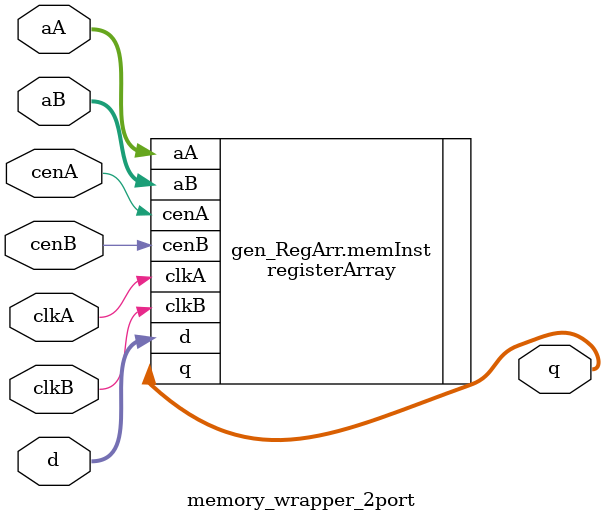
<source format=sv>

module memory_wrapper_2port #(
    parameter DEPTH = 64,
    parameter LOGDEPTH = 6,
    parameter WIDTH = 16,
    parameter MEMTYPE = 0,
    parameter TECHNODE = 0, 
    parameter COL_MUX = 1
    ) ( 
    clkA, aA, cenA, q,
    clkB, aB, cenB, d
    );

input clkA;
input clkB;
input [LOGDEPTH -1:0] aA;
input [LOGDEPTH -1:0] aB;
input cenA;
input cenB;
input [WIDTH -1:0] d;
output [WIDTH -1:0] q;


generate
    if (MEMTYPE == 0) begin : gen_RegArr
        registerArray #( .DEPTH(DEPTH), .LOGDEPTH(LOGDEPTH), .WORDWIDTH(WIDTH)) 
            memInst ( 
                .clkA(clkA), .aA(aA), .cenA(cenA), .q(q), 
                .clkB(clkB), .aB(aB), .cenB(cenB), .d(d)
                    );
    end 
    
    else begin: genMemModule_Error
        $fatal("ERROR: Invalid value for parameter MEMTYPE (%d), DEPTH (%d), WIDTH (%d)", MEMTYPE, DEPTH, WIDTH);
    end
endgenerate

endmodule: memory_wrapper_2port

</source>
